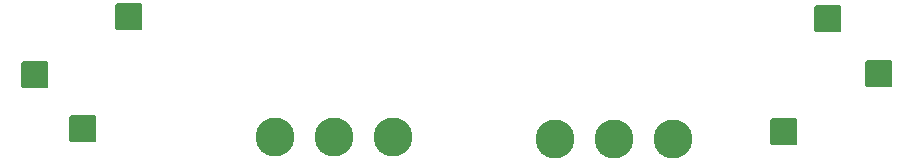
<source format=gbr>
G04 PROTEUS GERBER X2 FILE*
%TF.GenerationSoftware,Labcenter,Proteus,8.13-SP0-Build31525*%
%TF.CreationDate,2024-11-27T16:09:25+00:00*%
%TF.FileFunction,Soldermask,Top*%
%TF.FilePolarity,Negative*%
%TF.Part,Single*%
%TF.SameCoordinates,{6c36026d-0d5a-4654-bc71-8b13258c69e2}*%
%FSLAX45Y45*%
%MOMM*%
G01*
%TA.AperFunction,Material*%
%ADD17C,3.302000*%
%AMPPAD008*
4,1,36,
-1.016000,1.143000,
1.016000,1.143000,
1.041970,1.140470,
1.065980,1.133200,
1.087580,1.121650,
1.106290,1.106290,
1.121650,1.087570,
1.133200,1.065980,
1.140470,1.041970,
1.143000,1.016000,
1.143000,-1.016000,
1.140470,-1.041970,
1.133200,-1.065980,
1.121650,-1.087570,
1.106290,-1.106290,
1.087580,-1.121650,
1.065980,-1.133200,
1.041970,-1.140470,
1.016000,-1.143000,
-1.016000,-1.143000,
-1.041970,-1.140470,
-1.065980,-1.133200,
-1.087580,-1.121650,
-1.106290,-1.106290,
-1.121650,-1.087570,
-1.133200,-1.065980,
-1.140470,-1.041970,
-1.143000,-1.016000,
-1.143000,1.016000,
-1.140470,1.041970,
-1.133200,1.065980,
-1.121650,1.087570,
-1.106290,1.106290,
-1.087580,1.121650,
-1.065980,1.133200,
-1.041970,1.140470,
-1.016000,1.143000,
0*%
%TA.AperFunction,Material*%
%ADD18PPAD008*%
%TD.AperFunction*%
D17*
X+3294746Y+820000D03*
X+2794366Y+820000D03*
X+2293986Y+820000D03*
X+5664746Y+810000D03*
X+5164366Y+810000D03*
X+4663986Y+810000D03*
D18*
X+664746Y+890000D03*
X+1054746Y+1840000D03*
X+264746Y+1350000D03*
X+6974746Y+1820000D03*
X+6604746Y+870000D03*
X+7404746Y+1360000D03*
M02*

</source>
